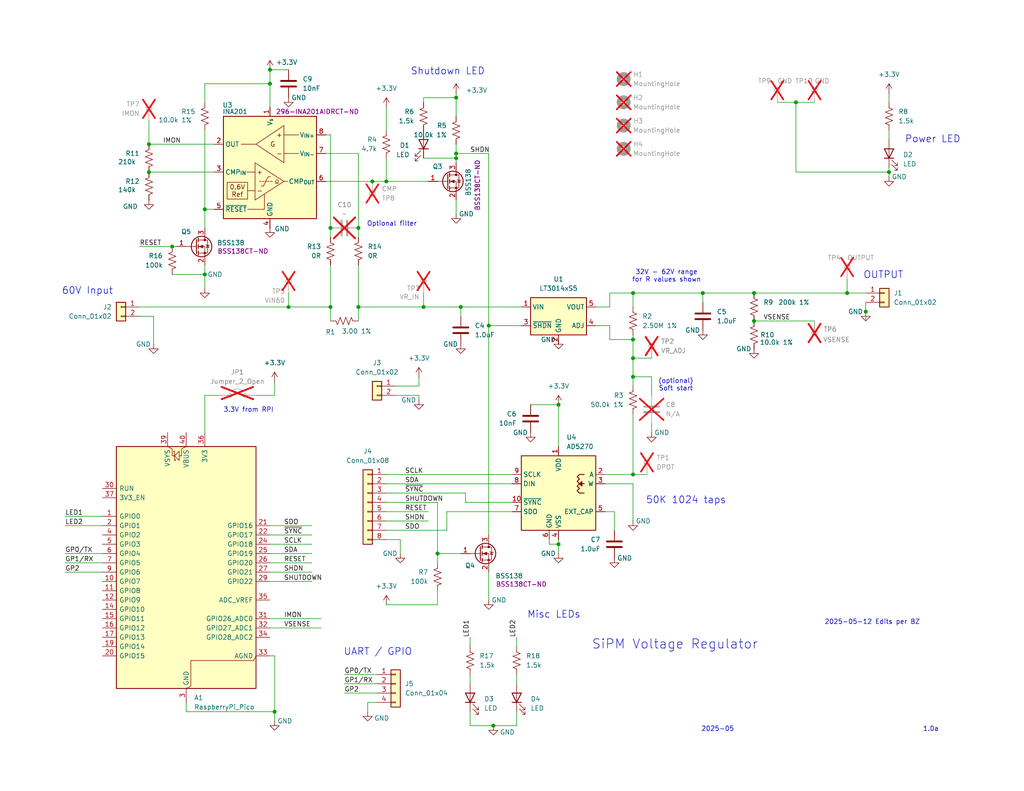
<source format=kicad_sch>
(kicad_sch (version 20250114) (generator "eeschema") (generator_version "9.0")
  (paper "A")
  (text "Misc LEDs" (at 151.13 167.894 0) (effects (font (size 1.905 1.905))))
  (text "2025-05-12 Edits per BZ" (at 237.998 169.926 0) (effects (font (size 1.27 1.27))))
  (text "OUTPUT" (at 241.046 75.184 0) (effects (font (size 1.905 1.905))))
  (text "Shutdown LED" (at 122.174 19.558 0) (effects (font (size 1.905 1.905))))
  (text "(optional)\nSoft start" (at 184.404 105.156 0) (effects (font (size 1.27 1.27))))
  (text "2025-05" (at 195.834 199.136 0) (effects (font (size 1.27 1.27))))
  (text "1.0a" (at 254 199.136 0) (effects (font (size 1.27 1.27))))
  (text "Power LED" (at 254.508 38.1 0) (effects (font (size 1.905 1.905))))
  (text "60V Input" (at 23.876 79.502 0) (effects (font (size 1.905 1.905))))
  (text "3.3V from RPI" (at 67.818 112.014 0) (effects (font (size 1.27 1.27))))
  (text "SiPM Voltage Regulator" (at 184.15 176.022 0) (effects (font (size 2.54 2.54))))
  (text "32V - 62V range\nfor R values shown" (at 181.864 75.438 0) (effects (font (size 1.27 1.27))))
  (text "Optional filter" (at 106.934 61.214 0) (effects (font (size 1.27 1.27))))
  (text "UART / GPIO" (at 103.124 178.054 0) (effects (font (size 1.905 1.905))))
  (text "50K 1024 taps" (at 187.198 136.652 0) (effects (font (size 1.905 1.905))))
  (junction (at 125.73 83.82))
  (junction (at 73.66 22.86))
  (junction (at 74.93 194.31))
  (junction (at 115.57 83.82))
  (junction (at 105.41 49.53))
  (junction (at 119.38 151.13))
  (junction (at 40.64 46.99))
  (junction (at 133.35 88.9))
  (junction (at 124.46 26.67))
  (junction (at 172.72 102.87))
  (junction (at 97.79 62.23))
  (junction (at 78.74 83.82))
  (junction (at 124.46 41.91))
  (junction (at 172.72 97.79))
  (junction (at 90.17 62.23))
  (junction (at 231.14 80.01))
  (junction (at 101.6 49.53))
  (junction (at 236.22 85.09))
  (junction (at 152.4 110.49))
  (junction (at 172.72 129.54))
  (junction (at 217.17 27.94))
  (junction (at 73.66 19.05))
  (junction (at 205.74 80.01))
  (junction (at 134.62 198.12))
  (junction (at 46.99 67.31))
  (junction (at 97.79 83.82))
  (junction (at 90.17 83.82))
  (junction (at 205.74 87.63))
  (junction (at 55.88 74.93))
  (junction (at 124.46 43.18))
  (junction (at 40.64 39.37))
  (junction (at 172.72 80.01))
  (junction (at 242.57 46.99))
  (junction (at 152.4 148.59))
  (junction (at 172.72 92.71))
  (junction (at 191.77 80.01))
  (junction (at 55.88 57.15))
  (wire (pts (xy 105.41 129.54) (xy 139.7 129.54)))
  (wire (pts (xy 152.4 147.32) (xy 152.4 148.59)))
  (wire (pts (xy 55.88 107.95) (xy 55.88 118.11)))
  (wire (pts (xy 101.6 49.53) (xy 105.41 49.53)))
  (wire (pts (xy 107.95 105.41) (xy 114.3 105.41)))
  (wire (pts (xy 73.66 168.91) (xy 87.63 168.91)))
  (wire (pts (xy 124.46 39.37) (xy 124.46 41.91)))
  (wire (pts (xy 172.72 102.87) (xy 172.72 105.41)))
  (wire (pts (xy 172.72 92.71) (xy 172.72 97.79)))
  (wire (pts (xy 55.88 57.15) (xy 55.88 62.23)))
  (wire (pts (xy 172.72 97.79) (xy 172.72 102.87)))
  (wire (pts (xy 217.17 27.94) (xy 222.25 27.94)))
  (wire (pts (xy 140.97 198.12) (xy 140.97 194.31)))
  (wire (pts (xy 166.37 80.01) (xy 166.37 83.82)))
  (wire (pts (xy 93.98 186.69) (xy 102.87 186.69)))
  (wire (pts (xy 73.66 146.05) (xy 85.09 146.05)))
  (wire (pts (xy 97.79 41.91) (xy 97.79 62.23)))
  (wire (pts (xy 142.24 88.9) (xy 133.35 88.9)))
  (wire (pts (xy 74.93 179.07) (xy 74.93 194.31)))
  (wire (pts (xy 152.4 148.59) (xy 152.4 151.13)))
  (wire (pts (xy 55.88 57.15) (xy 58.42 57.15)))
  (wire (pts (xy 144.78 110.49) (xy 152.4 110.49)))
  (wire (pts (xy 152.4 110.49) (xy 152.4 121.92)))
  (wire (pts (xy 88.9 41.91) (xy 97.79 41.91)))
  (wire (pts (xy 191.77 80.01) (xy 191.77 82.55)))
  (wire (pts (xy 231.14 80.01) (xy 236.22 80.01)))
  (wire (pts (xy 133.35 41.91) (xy 133.35 88.9)))
  (wire (pts (xy 40.64 46.99) (xy 58.42 46.99)))
  (wire (pts (xy 46.99 74.93) (xy 55.88 74.93)))
  (wire (pts (xy 177.8 115.57) (xy 177.8 118.11)))
  (wire (pts (xy 125.73 83.82) (xy 125.73 86.36)))
  (wire (pts (xy 17.78 153.67) (xy 27.94 153.67)))
  (wire (pts (xy 121.92 144.78) (xy 105.41 144.78)))
  (wire (pts (xy 125.73 83.82) (xy 142.24 83.82)))
  (wire (pts (xy 140.97 184.15) (xy 140.97 186.69)))
  (wire (pts (xy 17.78 156.21) (xy 27.94 156.21)))
  (wire (pts (xy 217.17 46.99) (xy 217.17 27.94)))
  (wire (pts (xy 166.37 80.01) (xy 172.72 80.01)))
  (wire (pts (xy 236.22 85.09) (xy 236.22 82.55)))
  (wire (pts (xy 191.77 80.01) (xy 205.74 80.01)))
  (wire (pts (xy 40.64 33.02) (xy 40.64 39.37)))
  (wire (pts (xy 74.93 194.31) (xy 74.93 196.85)))
  (wire (pts (xy 74.93 104.14) (xy 74.93 107.95)))
  (wire (pts (xy 172.72 92.71) (xy 166.37 92.71)))
  (wire (pts (xy 124.46 41.91) (xy 133.35 41.91)))
  (wire (pts (xy 177.8 102.87) (xy 172.72 102.87)))
  (wire (pts (xy 105.41 165.1) (xy 119.38 165.1)))
  (wire (pts (xy 105.41 29.21) (xy 105.41 35.56)))
  (wire (pts (xy 93.98 184.15) (xy 102.87 184.15)))
  (wire (pts (xy 124.46 43.18) (xy 124.46 44.45)))
  (wire (pts (xy 55.88 74.93) (xy 55.88 72.39)))
  (wire (pts (xy 38.1 67.31) (xy 46.99 67.31)))
  (wire (pts (xy 73.66 148.59) (xy 85.09 148.59)))
  (wire (pts (xy 128.27 198.12) (xy 134.62 198.12)))
  (wire (pts (xy 114.3 107.95) (xy 114.3 109.22)))
  (wire (pts (xy 119.38 151.13) (xy 125.73 151.13)))
  (wire (pts (xy 90.17 72.39) (xy 90.17 83.82)))
  (wire (pts (xy 73.66 156.21) (xy 85.09 156.21)))
  (wire (pts (xy 107.95 107.95) (xy 114.3 107.95)))
  (wire (pts (xy 177.8 107.95) (xy 177.8 102.87)))
  (wire (pts (xy 128.27 184.15) (xy 128.27 186.69)))
  (wire (pts (xy 100.33 191.77) (xy 100.33 194.31)))
  (wire (pts (xy 73.66 22.86) (xy 73.66 29.21)))
  (wire (pts (xy 172.72 80.01) (xy 191.77 80.01)))
  (wire (pts (xy 97.79 72.39) (xy 97.79 83.82)))
  (wire (pts (xy 115.57 83.82) (xy 125.73 83.82)))
  (wire (pts (xy 115.57 80.01) (xy 115.57 83.82)))
  (wire (pts (xy 105.41 49.53) (xy 116.84 49.53)))
  (wire (pts (xy 90.17 36.83) (xy 90.17 62.23)))
  (wire (pts (xy 115.57 43.18) (xy 124.46 43.18)))
  (wire (pts (xy 128.27 173.99) (xy 128.27 176.53)))
  (wire (pts (xy 105.41 142.24) (xy 116.84 142.24)))
  (wire (pts (xy 90.17 87.63) (xy 90.17 83.82)))
  (wire (pts (xy 41.91 86.36) (xy 41.91 93.98)))
  (wire (pts (xy 105.41 132.08) (xy 139.7 132.08)))
  (wire (pts (xy 166.37 83.82) (xy 162.56 83.82)))
  (wire (pts (xy 236.22 87.63) (xy 236.22 85.09)))
  (wire (pts (xy 114.3 105.41) (xy 114.3 102.87)))
  (wire (pts (xy 205.74 80.01) (xy 231.14 80.01)))
  (wire (pts (xy 17.78 140.97) (xy 27.94 140.97)))
  (wire (pts (xy 97.79 83.82) (xy 115.57 83.82)))
  (wire (pts (xy 242.57 45.72) (xy 242.57 46.99)))
  (wire (pts (xy 55.88 27.94) (xy 55.88 22.86)))
  (wire (pts (xy 78.74 19.05) (xy 73.66 19.05)))
  (wire (pts (xy 97.79 87.63) (xy 97.79 83.82)))
  (wire (pts (xy 167.64 144.78) (xy 167.64 139.7)))
  (wire (pts (xy 109.22 147.32) (xy 109.22 151.13)))
  (wire (pts (xy 119.38 151.13) (xy 119.38 137.16)))
  (wire (pts (xy 242.57 25.4) (xy 242.57 27.94)))
  (wire (pts (xy 172.72 129.54) (xy 165.1 129.54)))
  (wire (pts (xy 17.78 151.13) (xy 27.94 151.13)))
  (wire (pts (xy 74.93 107.95) (xy 69.85 107.95)))
  (wire (pts (xy 231.14 76.2) (xy 231.14 80.01)))
  (wire (pts (xy 149.86 148.59) (xy 152.4 148.59)))
  (wire (pts (xy 139.7 139.7) (xy 121.92 139.7)))
  (wire (pts (xy 55.88 22.86) (xy 73.66 22.86)))
  (wire (pts (xy 205.74 87.63) (xy 222.25 87.63)))
  (wire (pts (xy 139.7 137.16) (xy 127 137.16)))
  (wire (pts (xy 124.46 25.4) (xy 124.46 26.67)))
  (wire (pts (xy 55.88 74.93) (xy 55.88 78.74)))
  (wire (pts (xy 73.66 171.45) (xy 87.63 171.45)))
  (wire (pts (xy 73.66 151.13) (xy 85.09 151.13)))
  (wire (pts (xy 172.72 91.44) (xy 172.72 92.71)))
  (wire (pts (xy 50.8 191.77) (xy 50.8 194.31)))
  (wire (pts (xy 165.1 132.08) (xy 172.72 132.08)))
  (wire (pts (xy 121.92 139.7) (xy 121.92 144.78)))
  (wire (pts (xy 93.98 189.23) (xy 102.87 189.23)))
  (wire (pts (xy 73.66 19.05) (xy 73.66 22.86)))
  (wire (pts (xy 166.37 92.71) (xy 166.37 88.9)))
  (wire (pts (xy 73.66 179.07) (xy 74.93 179.07)))
  (wire (pts (xy 162.56 88.9) (xy 166.37 88.9)))
  (wire (pts (xy 140.97 173.99) (xy 140.97 176.53)))
  (wire (pts (xy 124.46 54.61) (xy 124.46 58.42)))
  (wire (pts (xy 78.74 83.82) (xy 90.17 83.82)))
  (wire (pts (xy 88.9 49.53) (xy 101.6 49.53)))
  (wire (pts (xy 105.41 147.32) (xy 109.22 147.32)))
  (wire (pts (xy 172.72 97.79) (xy 177.8 97.79)))
  (wire (pts (xy 102.87 191.77) (xy 100.33 191.77)))
  (wire (pts (xy 172.72 80.01) (xy 172.72 83.82)))
  (wire (pts (xy 242.57 46.99) (xy 242.57 48.26)))
  (wire (pts (xy 134.62 198.12) (xy 140.97 198.12)))
  (wire (pts (xy 133.35 156.21) (xy 133.35 163.83)))
  (wire (pts (xy 127 137.16) (xy 127 134.62)))
  (wire (pts (xy 149.86 147.32) (xy 149.86 148.59)))
  (wire (pts (xy 212.09 27.94) (xy 217.17 27.94)))
  (wire (pts (xy 38.1 86.36) (xy 41.91 86.36)))
  (wire (pts (xy 59.69 107.95) (xy 55.88 107.95)))
  (wire (pts (xy 105.41 49.53) (xy 105.41 43.18)))
  (wire (pts (xy 55.88 35.56) (xy 55.88 57.15)))
  (wire (pts (xy 124.46 41.91) (xy 124.46 43.18)))
  (wire (pts (xy 119.38 151.13) (xy 119.38 153.67)))
  (wire (pts (xy 73.66 153.67) (xy 85.09 153.67)))
  (wire (pts (xy 88.9 36.83) (xy 90.17 36.83)))
  (wire (pts (xy 133.35 88.9) (xy 133.35 146.05)))
  (wire (pts (xy 119.38 137.16) (xy 105.41 137.16)))
  (wire (pts (xy 172.72 113.03) (xy 172.72 129.54)))
  (wire (pts (xy 105.41 139.7) (xy 116.84 139.7)))
  (wire (pts (xy 152.4 93.98) (xy 152.4 92.71)))
  (wire (pts (xy 167.64 139.7) (xy 165.1 139.7)))
  (wire (pts (xy 73.66 158.75) (xy 85.09 158.75)))
  (wire (pts (xy 50.8 194.31) (xy 74.93 194.31)))
  (wire (pts (xy 97.79 62.23) (xy 97.79 64.77)))
  (wire (pts (xy 172.72 132.08) (xy 172.72 142.24)))
  (wire (pts (xy 127 134.62) (xy 105.41 134.62)))
  (wire (pts (xy 17.78 143.51) (xy 27.94 143.51)))
  (wire (pts (xy 115.57 26.67) (xy 115.57 27.94)))
  (wire (pts (xy 124.46 26.67) (xy 124.46 31.75)))
  (wire (pts (xy 73.66 143.51) (xy 85.09 143.51)))
  (wire (pts (xy 78.74 80.01) (xy 78.74 83.82)))
  (wire (pts (xy 124.46 26.67) (xy 115.57 26.67)))
  (wire (pts (xy 172.72 129.54) (xy 176.53 129.54)))
  (wire (pts (xy 40.64 39.37) (xy 58.42 39.37)))
  (wire (pts (xy 242.57 46.99) (xy 217.17 46.99)))
  (wire (pts (xy 90.17 62.23) (xy 90.17 64.77)))
  (wire (pts (xy 128.27 194.31) (xy 128.27 198.12)))
  (wire (pts (xy 78.74 83.82) (xy 38.1 83.82)))
  (wire (pts (xy 46.99 67.31) (xy 48.26 67.31)))
  (wire (pts (xy 119.38 161.29) (xy 119.38 165.1)))
  (wire (pts (xy 242.57 35.56) (xy 242.57 38.1)))
  (label "RESET" (at 38.1 67.31 0))
  (label "SDO" (at 77.47 143.51 0))
  (label "LED1" (at 128.27 173.99 90))
  (label "SDA" (at 110.49 132.08 0))
  (label "SCLK" (at 77.47 148.59 0))
  (label "SDA" (at 77.47 151.13 0))
  (label "GP2" (at 93.98 189.23 0))
  (label "IMON" (at 77.47 168.91 0))
  (label "SHUTDOWN" (at 77.47 158.75 0))
  (label "SHDN" (at 77.47 156.21 0))
  (label "SHDN" (at 128.27 41.91 0))
  (label "GP0{slash}TX" (at 17.78 151.13 0))
  (label "GP1{slash}RX" (at 93.98 186.69 0))
  (label "~{SYNC}" (at 77.47 146.05 0))
  (label "SCLK" (at 110.49 129.54 0))
  (label "~{SYNC}" (at 110.49 134.62 0))
  (label "SDO" (at 110.49 144.78 0))
  (label "VSENSE" (at 208.28 87.63 0))
  (label "LED2" (at 140.97 173.99 90))
  (label "SHUTDOWN" (at 110.49 137.16 0))
  (label "GP1{slash}RX" (at 17.78 153.67 0))
  (label "LED2" (at 17.78 143.51 0))
  (label "LED1" (at 17.78 140.97 0))
  (label "VSENSE" (at 77.47 171.45 0))
  (label "RESET" (at 77.47 153.67 0))
  (label "SHDN" (at 110.49 142.24 0))
  (label "RESET" (at 110.49 139.7 0))
  (label "GP2" (at 17.78 156.21 0))
  (label "GP0{slash}TX" (at 93.98 184.15 0))
  (label "IMON" (at 44.45 39.37 0))
  (symbol (lib_id "power:GND") (at 167.64 152.4 0) (mirror y) (unit 1)
    (property "Reference" "#PWR015" (effects (hide yes)))
    (property "Value" "GND" (at 170.434 152.4 0))
    (property "Description" "Power symbol creates a global label with name \"GND\" , ground" (effects (hide yes)))
  )
  (symbol (lib_id "Jumper:Jumper_2_Open") (at 64.77 107.95 0) (unit 1) (dnp yes)
    (property "Reference" "JP1" (at 64.77 101.6 0))
    (property "Value" "Jumper_2_Open" (at 64.77 104.14 0))
    (property "Footprint" "Connector_PinHeader_2.54mm:PinHeader_1x02_P2.54mm_Vertical" (effects (hide yes)))
    (property "Description" "Jumper, 2-pole, open" (effects (hide yes)))
  )
  (symbol (lib_id "Device:R_US") (at 40.64 50.8 0) (mirror y) (unit 1)
    (property "Reference" "R12" (at 38.1 49.5299 0) (effects (justify left)))
    (property "Value" "140k" (at 37.084 51.816 0) (effects (justify left)))
    (property "Footprint" "Resistor_SMD:R_0603_1608Metric_Pad0.98x0.95mm_HandSolder" (effects (hide yes)))
    (property "Datasheet" "https://www.yageo.com/upload/media/product/products/datasheet/rchip/PYu-RC_Group_51_RoHS_L_12.pdf" (effects (hide yes)))
    (property "Description" "Resistor, US symbol" (effects (hide yes)))
    (property "MfgNo" "RC0603FR-07140KL" (effects (hide yes)))
    (property "CatNo" "311-140KHRCT-ND" (effects (hide yes)))
  )
  (symbol (lib_id "power:GND") (at 177.8 118.11 0) (mirror y) (unit 1)
    (property "Reference" "#PWR016" (effects (hide yes)))
    (property "Value" "GND" (at 180.594 118.11 0))
    (property "Description" "Power symbol creates a global label with name \"GND\" , ground" (effects (hide yes)))
  )
  (symbol (lib_id "power:GND") (at 78.74 26.67 0) (mirror y) (unit 1)
    (property "Reference" "#PWR017" (effects (hide yes)))
    (property "Value" "GND" (at 81.534 26.67 0))
    (property "Description" "Power symbol creates a global label with name \"GND\" , ground" (effects (hide yes)))
  )
  (symbol (lib_id "my_AD5270':AD5272BCP") (at 152.4 134.62 0) (unit 1)
    (property "Reference" "U4" (at 154.5433 119.38 0) (effects (justify left)))
    (property "Value" "AD5270" (at 154.5433 121.92 0) (effects (justify left)))
    (property "Footprint" "Package_SO:MSOP-10_3x3mm_P0.5mm" (effects (hide yes)))
    (property "Datasheet" "https://www.analog.com/media/en/technical-documentation/data-sheets/AD5270_5271.pdf" (effects (hide yes)))
    (property "Description" "Digital potentiometer, 1024 position, 1% Resistor Tolerance, I2C interface, LFCSP-10" (effects (hide yes)))
    (property "MfgNo" "AD5270BRMZ-50" (effects (hide yes)))
    (property "CatNo" "505-AD5270BRMZ-50-ND" (effects (hide yes)))
  )
  (symbol (lib_id "Connector:TestPoint") (at 212.09 27.94 0) (unit 1) (dnp yes)
    (property "Reference" "TP9" (at 206.756 22.098 0) (effects (justify left)))
    (property "Value" "GND" (at 212.09 22.098 0) (effects (justify left)))
    (property "Footprint" "my_tp:tp_SMT_label2" (effects (hide yes)))
    (property "Description" "test point" (effects (hide yes)))
  )
  (symbol (lib_id "Device:R_US") (at 242.57 31.75 0) (unit 1)
    (property "Reference" "R8" (at 245.11 30.4799 0) (effects (justify left)))
    (property "Value" "1.5k" (at 245.11 33.0199 0) (effects (justify left)))
    (property "Footprint" "Resistor_SMD:R_0603_1608Metric_Pad0.98x0.95mm_HandSolder" (effects (hide yes)))
    (property "Datasheet" "https://www.yageo.com/upload/media/product/app/datasheet/rchip/pyu-rt_1-to-0.01_rohs_l.pdf" (effects (hide yes)))
    (property "Description" "Resistor, US symbol" (effects (hide yes)))
    (property "MfgNo" "RT0603BRD071K5L" (effects (hide yes)))
    (property "CatNo" "YAG1570CT-ND" (effects (hide yes)))
  )
  (symbol (lib_id "Connector:TestPoint") (at 231.14 76.2 0) (unit 1) (dnp yes)
    (property "Reference" "TP4" (at 225.806 70.358 0) (effects (justify left)))
    (property "Value" "OUTPUT" (at 231.14 70.358 0) (effects (justify left)))
    (property "Footprint" "my_tp:tp_SMT_label2" (effects (hide yes)))
    (property "Description" "test point" (effects (hide yes)))
  )
  (symbol (lib_id "Device:R_US") (at 124.46 35.56 0) (mirror y) (unit 1)
    (property "Reference" "R5" (at 121.92 34.2899 0) (effects (justify left)))
    (property "Value" "10.0k 1%" (at 121.92 36.8299 0) (effects (justify left)))
    (property "Footprint" "Resistor_SMD:R_0603_1608Metric_Pad0.98x0.95mm_HandSolder" (effects (hide yes)))
    (property "Datasheet" "https://www.yageo.com/upload/media/product/app/datasheet/rchip/pyu-rt_1-to-0.01_rohs_l.pdf" (effects (hide yes)))
    (property "Description" "Resistor, US symbol" (effects (hide yes)))
    (property "MfgNo" "RC0603FR-0710KL" (effects (hide yes)))
    (property "CatNo" "311-10.0KHRCT-ND" (effects (hide yes)))
  )
  (symbol (lib_id "power:+3.3V") (at 73.66 19.05 0) (unit 1)
    (property "Reference" "#PWR027" (effects (hide yes)))
    (property "Value" "+3.3V" (at 78.232 17.018 0))
    (property "Description" "Power symbol creates a global label with name \"+3.3V\"" (effects (hide yes)))
  )
  (symbol (lib_id "power:GND") (at 125.73 93.98 0) (unit 1)
    (property "Reference" "#PWR09" (effects (hide yes)))
    (property "Value" "GND" (at 122.936 93.98 0))
    (property "Description" "Power symbol creates a global label with name \"GND\" , ground" (effects (hide yes)))
  )
  (symbol (lib_id "Amplifier_Current:INA200D") (at 73.66 44.45 0) (unit 1)
    (property "Reference" "U3" (at 60.706 28.702 0) (effects (justify left)))
    (property "Value" "INA201" (at 60.706 30.48 0) (effects (justify left)))
    (property "Footprint" "Package_SO:SOIC-8_3.9x4.9mm_P1.27mm" (effects (hide yes)))
    (property "Datasheet" "https://www.ti.com/lit/ds/symlink/ina201.pdf" (effects (hide yes)))
    (property "Description" "Current Shunt Monitor, integrated comparator and reference, -16V to +80V Common-Mode Range, 20V/V, SOIC-8" (effects (hide yes)))
    (property "CatNo" "296-INA201AIDRCT-ND" (at 86.614 30.48 0))
    (property "MfgNo" "INA201AIDR" (effects (hide yes)))
  )
  (symbol (lib_id "Transistor_FET:BSS138") (at 121.92 49.53 0) (unit 1)
    (property "Reference" "Q3" (at 119.38 45.466 0))
    (property "Value" "BSS138" (at 127.762 49.784 90))
    (property "Footprint" "Package_TO_SOT_SMD:SOT-23" (effects (hide yes)))
    (property "Datasheet" "https://www.onsemi.com/pub/Collateral/BSS138-D.PDF" (effects (hide yes)))
    (property "Description" "50V Vds, 0.22A Id, N-Channel MOSFET, SOT-23" (effects (hide yes)))
    (property "CatNo" "BSS138CT-ND" (at 130.302 50.546 90))
    (property "Vendor" "DigiKey" (effects (hide yes)))
    (property "MfgNo" "BSS138" (effects (hide yes)))
  )
  (symbol (lib_id "Device:LED") (at 115.57 39.37 270) (mirror x) (unit 1)
    (property "Reference" "D1" (at 111.76 39.6874 90) (effects (justify right)))
    (property "Value" "LED" (at 111.76 42.2274 90) (effects (justify right)))
    (property "Footprint" "my_smt_led:my_SMT_0603" (effects (hide yes)))
    (property "Datasheet" "https://mm.digikey.com/Volume0/opasdata/d220001/medias/docus/4237/B19Y1USD-20C000113U1930.pdf" (effects (hide yes)))
    (property "Description" "Light emitting diode" (effects (hide yes)))
    (property "Sim.Pins" "1=K 2=A" (effects (hide yes)))
    (property "MfgNo" "B19Y1USD-20C000113U1930" (effects (hide yes)))
    (property "CatNo" "3147-B19Y1USD-20C000113U1930CT-ND" (effects (hide yes)))
  )
  (symbol (lib_id "Connector:TestPoint") (at 222.25 27.94 0) (unit 1) (dnp yes)
    (property "Reference" "TP10" (at 216.916 22.098 0) (effects (justify left)))
    (property "Value" "GND" (at 222.25 22.098 0) (effects (justify left)))
    (property "Footprint" "my_tp:tp_SMT_label2" (effects (hide yes)))
    (property "Description" "test point" (effects (hide yes)))
  )
  (symbol (lib_id "power:GND") (at 134.62 198.12 0) (mirror y) (unit 1)
    (property "Reference" "#PWR035" (effects (hide yes)))
    (property "Value" "GND" (at 138.43 199.898 0))
    (property "Description" "Power symbol creates a global label with name \"GND\" , ground" (effects (hide yes)))
  )
  (symbol (lib_id "Connector:TestPoint") (at 101.6 49.53 0) (mirror x) (unit 1) (dnp yes)
    (property "Reference" "TP8" (at 104.14 54.1021 0) (effects (justify left)))
    (property "Value" "CMP" (at 104.14 51.5621 0) (effects (justify left)))
    (property "Footprint" "my_tp:tp_SMT_label2" (effects (hide yes)))
    (property "Description" "test point" (effects (hide yes)))
  )
  (symbol (lib_id "Device:R_US") (at 128.27 180.34 0) (unit 1)
    (property "Reference" "R17" (at 130.81 179.0699 0) (effects (justify left)))
    (property "Value" "1.5k" (at 130.81 181.6099 0) (effects (justify left)))
    (property "Footprint" "Resistor_SMD:R_0603_1608Metric_Pad0.98x0.95mm_HandSolder" (effects (hide yes)))
    (property "Datasheet" "https://www.yageo.com/upload/media/product/app/datasheet/rchip/pyu-rt_1-to-0.01_rohs_l.pdf" (effects (hide yes)))
    (property "Description" "Resistor, US symbol" (effects (hide yes)))
    (property "MfgNo" "RT0603BRD071K5L" (effects (hide yes)))
    (property "CatNo" "YAG1570CT-ND" (effects (hide yes)))
  )
  (symbol (lib_id "Device:LED") (at 128.27 190.5 90) (unit 1)
    (property "Reference" "D3" (at 132.08 190.8174 90) (effects (justify right)))
    (property "Value" "LED" (at 132.08 193.3574 90) (effects (justify right)))
    (property "Footprint" "my_smt_led:my_SMT_0603" (effects (hide yes)))
    (property "Datasheet" "https://mm.digikey.com/Volume0/opasdata/d220001/medias/docus/4237/B19Y1USD-20C000113U1930.pdf" (effects (hide yes)))
    (property "Description" "Light emitting diode" (effects (hide yes)))
    (property "Sim.Pins" "1=K 2=A" (effects (hide yes)))
    (property "MfgNo" "B19Y1USD-20C000113U1930" (effects (hide yes)))
    (property "CatNo" "3147-B19Y1USD-20C000113U1930CT-ND" (effects (hide yes)))
  )
  (symbol (lib_id "Connector:TestPoint") (at 78.74 80.01 0) (unit 1) (dnp yes)
    (property "Reference" "TP5" (at 74.168 79.502 0) (effects (justify left)))
    (property "Value" "VIN60" (at 72.136 82.042 0) (effects (justify left)))
    (property "Footprint" "my_tp:tp_SMT_label2" (effects (hide yes)))
    (property "Description" "test point" (effects (hide yes)))
  )
  (symbol (lib_id "power:GND") (at 100.33 194.31 0) (mirror y) (unit 1)
    (property "Reference" "#PWR036" (effects (hide yes)))
    (property "Value" "GND" (at 104.14 196.088 0))
    (property "Description" "Power symbol creates a global label with name \"GND\" , ground" (effects (hide yes)))
  )
  (symbol (lib_id "power:GND") (at 242.57 48.26 0) (mirror y) (unit 1)
    (property "Reference" "#PWR031" (effects (hide yes)))
    (property "Value" "GND" (at 245.364 48.26 0))
    (property "Description" "Power symbol creates a global label with name \"GND\" , ground" (effects (hide yes)))
  )
  (symbol (lib_id "Device:R_US") (at 97.79 68.58 0) (mirror y) (unit 1)
    (property "Reference" "R14" (at 100.33 67.3099 0) (effects (justify right)))
    (property "Value" "0R" (at 100.33 69.8499 0) (effects (justify right)))
    (property "Footprint" "Resistor_SMD:R_0603_1608Metric_Pad0.98x0.95mm_HandSolder" (effects (hide yes)))
    (property "Datasheet" "https://www.yageo.com/upload/media/product/products/datasheet/rchip/PYu-RC_Group_51_RoHS_L_12.pdf" (effects (hide yes)))
    (property "Description" "Resistor, US symbol" (effects (hide yes)))
    (property "MfgNo" "RC0603JR-070RL" (effects (hide yes)))
    (property "CatNo" "311-0.0GRCT-ND" (effects (hide yes)))
  )
  (symbol (lib_id "power:+3.3V") (at 152.4 110.49 0) (unit 1)
    (property "Reference" "#PWR011" (effects (hide yes)))
    (property "Value" "+3.3V" (at 152.4 105.41 0))
    (property "Description" "Power symbol creates a global label with name \"+3.3V\"" (effects (hide yes)))
  )
  (symbol (lib_id "Connector:TestPoint") (at 176.53 129.54 0) (unit 1) (dnp yes)
    (property "Reference" "TP1" (at 179.07 124.9679 0) (effects (justify left)))
    (property "Value" "DPOT" (at 179.07 127.5079 0) (effects (justify left)))
    (property "Footprint" "my_tp:tp_SMT_label2" (effects (hide yes)))
    (property "Description" "test point" (effects (hide yes)))
  )
  (symbol (lib_id "Device:C") (at 167.64 148.59 0) (unit 1)
    (property "Reference" "C7" (at 163.83 147.3199 0) (effects (justify right)))
    (property "Value" "1.0uF" (at 163.83 149.8599 0) (effects (justify right)))
    (property "Footprint" "Capacitor_SMD:C_0603_1608Metric_Pad1.08x0.95mm_HandSolder" (effects (hide yes)))
    (property "Datasheet" "https://mm.digikey.com/Volume0/opasdata/d220001/medias/docus/3584/CL10B105KP8NNNC_Spec.pdf" (effects (hide yes)))
    (property "Description" "Unpolarized capacitor" (effects (hide yes)))
    (property "CatNo" "1276-1946-1-ND" (effects (hide yes)))
    (property "MfgNo" "CL10B105KP8NNNC" (effects (hide yes)))
  )
  (symbol (lib_id "Connector:TestPoint") (at 222.25 87.63 180) (unit 1) (dnp yes)
    (property "Reference" "TP6" (at 228.346 89.916 0) (effects (justify left)))
    (property "Value" "VSENSE" (at 231.902 92.71 0) (effects (justify left)))
    (property "Footprint" "my_tp:tp_SMT_label2" (effects (hide yes)))
    (property "Description" "test point" (effects (hide yes)))
  )
  (symbol (lib_id "Connector_Generic:Conn_01x08") (at 100.33 137.16 0) (mirror y) (unit 1)
    (property "Reference" "J4" (at 100.33 123.19 0))
    (property "Value" "Conn_01x08" (at 100.33 125.73 0))
    (property "Footprint" "Connector_PinHeader_2.54mm:PinHeader_1x08_P2.54mm_Vertical" (effects (hide yes)))
    (property "Datasheet" "https://www.waldom.com/upload/parts/datasheets/mf-fci/fci-68000-208hlf.pdf" (effects (hide yes)))
    (property "Description" "Generic connector, single row, 01x08, script generated (kicad-library-utils/schlib/autogen/connector/)" (effects (hide yes)))
    (property "MfgNo" "68000-208HLF" (effects (hide yes)))
    (property "CatNo" "609-3257-ND" (effects (hide yes)))
  )
  (symbol (lib_id "Device:R_US") (at 172.72 87.63 0) (unit 1)
    (property "Reference" "R2" (at 175.26 86.3599 0) (effects (justify left)))
    (property "Value" "2.50M 1%" (at 175.26 88.8999 0) (effects (justify left)))
    (property "Footprint" "Resistor_SMD:R_0603_1608Metric_Pad0.98x0.95mm_HandSolder" (effects (hide yes)))
    (property "Datasheet" "https://www.seielect.com/catalog/sei-rmcf_rmcp.pdf" (effects (hide yes)))
    (property "Description" "Resistor, US symbol" (effects (hide yes)))
    (property "MfgNo" "RMCF0603FT2M49" (effects (hide yes)))
    (property "CatNo" "RMCF0603FT2M49CT-ND" (effects (hide yes)))
  )
  (symbol (lib_id "power:+3.3V") (at 124.46 25.4 0) (mirror y) (unit 1)
    (property "Reference" "#PWR022" (effects (hide yes)))
    (property "Value" "+3.3V" (at 130.048 24.638 0))
    (property "Description" "Power symbol creates a global label with name \"+3.3V\"" (effects (hide yes)))
  )
  (symbol (lib_id "power:GND") (at 40.64 54.61 0) (unit 1)
    (property "Reference" "#PWR034" (effects (hide yes)))
    (property "Value" "GND" (at 35.56 56.388 0))
    (property "Description" "Power symbol creates a global label with name \"GND\" , ground" (effects (hide yes)))
  )
  (symbol (lib_id "Device:R_US") (at 172.72 109.22 0) (mirror y) (unit 1)
    (property "Reference" "R3" (at 170.18 107.9499 0) (effects (justify left)))
    (property "Value" "50.0k 1%" (at 170.18 110.4899 0) (effects (justify left)))
    (property "Footprint" "Resistor_SMD:R_0603_1608Metric_Pad0.98x0.95mm_HandSolder" (effects (hide yes)))
    (property "Datasheet" "https://www.yageo.com/upload/media/product/app/datasheet/rchip/pyu-rt_1-to-0.01_rohs_l.pdf" (effects (hide yes)))
    (property "Description" "Resistor, US symbol" (effects (hide yes)))
    (property "MfgNo" "RT0603BRD0750KL" (effects (hide yes)))
    (property "CatNo" "13-RT0603BRD0750KLCT-ND" (effects (hide yes)))
  )
  (symbol (lib_id "Device:R_US") (at 90.17 68.58 0) (unit 1)
    (property "Reference" "R13" (at 87.63 67.3099 0) (effects (justify right)))
    (property "Value" "0R" (at 87.63 69.8499 0) (effects (justify right)))
    (property "Footprint" "Resistor_SMD:R_0603_1608Metric_Pad0.98x0.95mm_HandSolder" (effects (hide yes)))
    (property "Datasheet" "https://www.yageo.com/upload/media/product/products/datasheet/rchip/PYu-RC_Group_51_RoHS_L_12.pdf" (effects (hide yes)))
    (property "Description" "Resistor, US symbol" (effects (hide yes)))
    (property "MfgNo" "RC0603JR-070RL" (effects (hide yes)))
    (property "CatNo" "311-0.0GRCT-ND" (effects (hide yes)))
  )
  (symbol (lib_id "Device:R_US") (at 205.74 91.44 0) (mirror y) (unit 1)
    (property "Reference" "R10" (at 211.328 91.44 0) (effects (justify left)))
    (property "Value" "10.0k 1%" (at 216.408 93.472 0) (effects (justify left)))
    (property "Footprint" "Resistor_SMD:R_0603_1608Metric_Pad0.98x0.95mm_HandSolder" (effects (hide yes)))
    (property "Datasheet" "https://www.yageo.com/upload/media/product/products/datasheet/rchip/PYu-RC_Group_51_RoHS_L_12.pdf" (effects (hide yes)))
    (property "Description" "Resistor, US symbol" (effects (hide yes)))
    (property "MfgNo" "RC0603FR-0710KL" (effects (hide yes)))
    (property "CatNo" "311-10.0KHRCT-ND" (effects (hide yes)))
  )
  (symbol (lib_id "Device:R_US") (at 205.74 83.82 0) (unit 1)
    (property "Reference" "R9" (at 208.28 82.5499 0) (effects (justify left)))
    (property "Value" "200k 1%" (at 212.344 82.55 0) (effects (justify left)))
    (property "Footprint" "Resistor_SMD:R_0603_1608Metric_Pad0.98x0.95mm_HandSolder" (effects (hide yes)))
    (property "Datasheet" "https://www.yageo.com/upload/media/product/products/datasheet/rchip/PYu-RC_Group_51_RoHS_L_12.pdf" (effects (hide yes)))
    (property "Description" "Resistor, US symbol" (effects (hide yes)))
    (property "MfgNo" "RC0603FR-07100KL" (effects (hide yes)))
    (property "CatNo" "311-100KHRCT-ND" (effects (hide yes)))
  )
  (symbol (lib_id "Mechanical:MountingHole") (at 170.18 27.94 0) (unit 1) (in_bom no) (dnp yes)
    (property "Reference" "H2" (at 172.72 26.6699 0) (effects (justify left)))
    (property "Value" "MountingHole" (at 172.72 29.2099 0) (effects (justify left)))
    (property "Footprint" "MountingHole:MountingHole_4.3mm_M4" (effects (hide yes)))
    (property "Description" "Mounting Hole without connection" (effects (hide yes)))
  )
  (symbol (lib_id "power:GND") (at 114.3 109.22 0) (unit 1)
    (property "Reference" "#PWR019" (effects (hide yes)))
    (property "Value" "GND" (at 111.506 109.22 0))
    (property "Description" "Power symbol creates a global label with name \"GND\" , ground" (effects (hide yes)))
  )
  (symbol (lib_id "Device:C") (at 177.8 111.76 0) (mirror y) (unit 1) (in_bom no) (dnp yes)
    (property "Reference" "C8" (at 181.61 110.4899 0) (effects (justify right)))
    (property "Value" "N/A" (at 181.61 113.0299 0) (effects (justify right)))
    (property "Footprint" "Capacitor_SMD:C_0603_1608Metric_Pad1.08x0.95mm_HandSolder" (effects (hide yes)))
    (property "Description" "Unpolarized capacitor" (effects (hide yes)))
  )
  (symbol (lib_id "Device:C") (at 78.74 22.86 0) (mirror y) (unit 1)
    (property "Reference" "C9" (at 82.55 21.5899 0) (effects (justify right)))
    (property "Value" "10nF" (at 82.55 24.1299 0) (effects (justify right)))
    (property "Footprint" "Capacitor_SMD:C_0603_1608Metric_Pad1.08x0.95mm_HandSolder" (effects (hide yes)))
    (property "Datasheet" "https://search.kemet.com/download/datasheet/C0603C103M4REC7411" (effects (hide yes)))
    (property "Description" "Unpolarized capacitor" (effects (hide yes)))
    (property "MfgNo" "C0603C103M4REC7411" (effects (hide yes)))
    (property "CatNo" "399-C0603C103M4REC7411CT-ND" (effects (hide yes)))
  )
  (symbol (lib_id "power:GND") (at 172.72 142.24 0) (mirror y) (unit 1)
    (property "Reference" "#PWR014" (effects (hide yes)))
    (property "Value" "GND" (at 175.514 142.24 0))
    (property "Description" "Power symbol creates a global label with name \"GND\" , ground" (effects (hide yes)))
  )
  (symbol (lib_id "power:+3.3V") (at 242.57 25.4 0) (unit 1)
    (property "Reference" "#PWR032" (effects (hide yes)))
    (property "Value" "+3.3V" (at 242.57 20.32 0))
    (property "Description" "Power symbol creates a global label with name \"+3.3V\"" (effects (hide yes)))
  )
  (symbol (lib_id "Mechanical:MountingHole") (at 170.18 34.29 0) (unit 1) (in_bom no) (dnp yes)
    (property "Reference" "H3" (at 172.72 33.0199 0) (effects (justify left)))
    (property "Value" "MountingHole" (at 172.72 35.5599 0) (effects (justify left)))
    (property "Footprint" "MountingHole:MountingHole_4.3mm_M4" (effects (hide yes)))
    (property "Description" "Mounting Hole without connection" (effects (hide yes)))
  )
  (symbol (lib_id "power:GND") (at 133.35 163.83 0) (mirror y) (unit 1)
    (property "Reference" "#PWR025" (effects (hide yes)))
    (property "Value" "GND" (at 136.144 163.83 0))
    (property "Description" "Power symbol creates a global label with name \"GND\" , ground" (effects (hide yes)))
  )
  (symbol (lib_id "Device:LED") (at 242.57 41.91 90) (unit 1)
    (property "Reference" "D2" (at 246.38 42.2274 90) (effects (justify right)))
    (property "Value" "LED" (at 246.38 44.7674 90) (effects (justify right)))
    (property "Footprint" "my_smt_led:my_SMT_0603" (effects (hide yes)))
    (property "Datasheet" "https://mm.digikey.com/Volume0/opasdata/d220001/medias/docus/4237/B19Y1USD-20C000113U1930.pdf" (effects (hide yes)))
    (property "Description" "Light emitting diode" (effects (hide yes)))
    (property "Sim.Pins" "1=K 2=A" (effects (hide yes)))
    (property "MfgNo" "B19Y1USD-20C000113U1930" (effects (hide yes)))
    (property "CatNo" "3147-B19Y1USD-20C000113U1930CT-ND" (effects (hide yes)))
  )
  (symbol (lib_id "power:GND") (at 152.4 151.13 0) (unit 1)
    (property "Reference" "#PWR012" (effects (hide yes)))
    (property "Value" "GND" (at 149.606 151.13 0))
    (property "Description" "Power symbol creates a global label with name \"GND\" , ground" (effects (hide yes)))
  )
  (symbol (lib_id "Connector_Generic:Conn_01x02") (at 102.87 105.41 0) (mirror y) (unit 1)
    (property "Reference" "J3" (at 102.87 99.06 0))
    (property "Value" "Conn_01x02" (at 102.87 101.6 0))
    (property "Footprint" "Connector_PinHeader_2.54mm:PinHeader_1x02_P2.54mm_Vertical" (effects (hide yes)))
    (property "Datasheet" "https://mm.digikey.com/Volume0/opasdata/d220001/medias/docus/6129/tsw-xxx-xx-xxx-x-xx-xxx-mkt.pdf" (effects (hide yes)))
    (property "Description" "Generic connector, single row, 01x02, script generated (kicad-library-utils/schlib/autogen/connector/)" (effects (hide yes)))
    (property "MfgNo" "TSW-102-07-F-S" (effects (hide yes)))
    (property "CatNo" "SAM10844-ND" (effects (hide yes)))
  )
  (symbol (lib_id "Mechanical:MountingHole") (at 170.18 40.64 0) (unit 1) (in_bom no) (dnp yes)
    (property "Reference" "H4" (at 172.72 39.3699 0) (effects (justify left)))
    (property "Value" "MountingHole" (at 172.72 41.9099 0) (effects (justify left)))
    (property "Footprint" "MountingHole:MountingHole_4.3mm_M4" (effects (hide yes)))
    (property "Description" "Mounting Hole without connection" (effects (hide yes)))
  )
  (symbol (lib_id "power:GND") (at 41.91 93.98 0) (unit 1)
    (property "Reference" "#PWR021" (effects (hide yes)))
    (property "Value" "GND" (at 39.116 93.98 0))
    (property "Description" "Power symbol creates a global label with name \"GND\" , ground" (effects (hide yes)))
  )
  (symbol (lib_id "power:+3.3V") (at 105.41 165.1 0) (unit 1)
    (property "Reference" "#PWR01" (effects (hide yes)))
    (property "Value" "+3.3V" (at 105.41 160.02 0))
    (property "Description" "Power symbol creates a global label with name \"+3.3V\"" (effects (hide yes)))
  )
  (symbol (lib_id "Regulator_Linear:LT3014xS5") (at 152.4 86.36 0) (unit 1)
    (property "Reference" "U1" (at 152.4 76.2 0))
    (property "Value" "LT3014xS5" (at 152.4 78.74 0))
    (property "Footprint" "Package_TO_SOT_SMD:SOT-23-5" (effects (hide yes)))
    (property "Datasheet" "https://www.analog.com/media/en/technical-documentation/data-sheets/3014fd.pdf" (effects (hide yes)))
    (property "Description" "20mA output, 3V..80Vin, High voltage low-dropout regulator, SOT-23-5" (effects (hide yes)))
    (property "MfgNo" "LT3014ES5#TRPBF" (effects (hide yes)))
    (property "CatNo" "LT3014ES5#TRPBFCT-ND" (effects (hide yes)))
  )
  (symbol (lib_id "Device:LED") (at 140.97 190.5 90) (unit 1)
    (property "Reference" "D4" (at 144.78 190.8174 90) (effects (justify right)))
    (property "Value" "LED" (at 144.78 193.3574 90) (effects (justify right)))
    (property "Footprint" "my_smt_led:my_SMT_0603" (effects (hide yes)))
    (property "Datasheet" "https://mm.digikey.com/Volume0/opasdata/d220001/medias/docus/4237/B19Y1USD-20C000113U1930.pdf" (effects (hide yes)))
    (property "Description" "Light emitting diode" (effects (hide yes)))
    (property "Sim.Pins" "1=K 2=A" (effects (hide yes)))
    (property "MfgNo" "B19Y1USD-20C000113U1930" (effects (hide yes)))
    (property "CatNo" "3147-B19Y1USD-20C000113U1930CT-ND" (effects (hide yes)))
  )
  (symbol (lib_id "power:GND") (at 191.77 90.17 0) (unit 1)
    (property "Reference" "#PWR010" (effects (hide yes)))
    (property "Value" "GND" (at 188.976 90.17 0))
    (property "Description" "Power symbol creates a global label with name \"GND\" , ground" (effects (hide yes)))
  )
  (symbol (lib_id "power:GND") (at 236.22 85.09 0) (unit 1)
    (property "Reference" "#PWR023" (effects (hide yes)))
    (property "Value" "GND" (at 233.426 85.09 0))
    (property "Description" "Power symbol creates a global label with name \"GND\" , ground" (effects (hide yes)))
  )
  (symbol (lib_id "power:GND") (at 55.88 78.74 0) (mirror y) (unit 1)
    (property "Reference" "#PWR030" (effects (hide yes)))
    (property "Value" "GND" (at 58.674 74.93 0))
    (property "Description" "Power symbol creates a global label with name \"GND\" , ground" (effects (hide yes)))
  )
  (symbol (lib_id "Connector:TestPoint") (at 177.8 97.79 0) (unit 1) (dnp yes)
    (property "Reference" "TP2" (at 180.34 93.2179 0) (effects (justify left)))
    (property "Value" "VR_ADJ" (at 180.34 95.7579 0) (effects (justify left)))
    (property "Footprint" "my_tp:tp_SMT_label2" (effects (hide yes)))
    (property "Description" "test point" (effects (hide yes)))
  )
  (symbol (lib_id "power:GND") (at 74.93 196.85 0) (mirror y) (unit 1)
    (property "Reference" "#PWR028" (effects (hide yes)))
    (property "Value" "GND" (at 77.724 196.85 0))
    (property "Description" "Power symbol creates a global label with name \"GND\" , ground" (effects (hide yes)))
  )
  (symbol (lib_id "power:GND") (at 109.22 151.13 0) (unit 1)
    (property "Reference" "#PWR024" (effects (hide yes)))
    (property "Value" "GND" (at 106.426 151.13 0))
    (property "Description" "Power symbol creates a global label with name \"GND\" , ground" (effects (hide yes)))
  )
  (symbol (lib_id "Mechanical:MountingHole") (at 170.18 21.59 0) (unit 1) (in_bom no) (dnp yes)
    (property "Reference" "H1" (at 172.72 20.3199 0) (effects (justify left)))
    (property "Value" "MountingHole" (at 172.72 22.8599 0) (effects (justify left)))
    (property "Footprint" "MountingHole:MountingHole_4.3mm_M4" (effects (hide yes)))
    (property "Description" "Mounting Hole without connection" (effects (hide yes)))
  )
  (symbol (lib_id "power:+3.3V") (at 114.3 102.87 0) (unit 1)
    (property "Reference" "#PWR018" (effects (hide yes)))
    (property "Value" "+3.3V" (at 114.3 97.79 0))
    (property "Description" "Power symbol creates a global label with name \"+3.3V\"" (effects (hide yes)))
  )
  (symbol (lib_id "Connector_Generic:Conn_01x02") (at 241.3 80.01 0) (unit 1)
    (property "Reference" "J1" (at 243.84 80.0099 0) (effects (justify left)))
    (property "Value" "Conn_01x02" (at 243.84 82.5499 0) (effects (justify left)))
    (property "Footprint" "Connector_PinHeader_2.54mm:PinHeader_1x02_P2.54mm_Vertical" (effects (hide yes)))
    (property "Datasheet" "https://mm.digikey.com/Volume0/opasdata/d220001/medias/docus/6129/tsw-xxx-xx-xxx-x-xx-xxx-mkt.pdf" (effects (hide yes)))
    (property "Description" "Generic connector, single row, 01x02, script generated (kicad-library-utils/schlib/autogen/connector/)" (effects (hide yes)))
    (property "MfgNo" "TSW-102-07-F-S" (effects (hide yes)))
    (property "CatNo" "SAM10844-ND" (effects (hide yes)))
  )
  (symbol (lib_id "power:+3.3V") (at 105.41 29.21 0) (mirror y) (unit 1)
    (property "Reference" "#PWR026" (effects (hide yes)))
    (property "Value" "+3.3V" (at 105.41 24.13 0))
    (property "Description" "Power symbol creates a global label with name \"+3.3V\"" (effects (hide yes)))
  )
  (symbol (lib_id "Device:R_US") (at 119.38 157.48 0) (mirror y) (unit 1)
    (property "Reference" "R7" (at 116.84 156.2099 0) (effects (justify left)))
    (property "Value" "100k" (at 116.84 158.7499 0) (effects (justify left)))
    (property "Footprint" "Resistor_SMD:R_0603_1608Metric_Pad0.98x0.95mm_HandSolder" (effects (hide yes)))
    (property "Datasheet" "https://www.yageo.com/upload/media/product/products/datasheet/rchip/PYu-RC_Group_51_RoHS_L_12.pdf" (effects (hide yes)))
    (property "Description" "Resistor, US symbol" (effects (hide yes)))
    (property "MfgNo" "RC0603FR-07100KL" (effects (hide yes)))
    (property "CatNo" "311-100KHRCT-ND" (effects (hide yes)))
  )
  (symbol (lib_id "Connector:TestPoint") (at 40.64 33.02 0) (mirror y) (unit 1) (dnp yes)
    (property "Reference" "TP7" (at 38.1 28.4479 0) (effects (justify left)))
    (property "Value" "IMON" (at 38.1 30.9879 0) (effects (justify left)))
    (property "Footprint" "my_tp:tp_SMT_label2" (effects (hide yes)))
    (property "Description" "test point" (effects (hide yes)))
  )
  (symbol (lib_id "MCU_Module:RaspberryPi_Pico") (at 50.8 156.21 0) (unit 1)
    (property "Reference" "A1" (at 52.9433 190.5 0) (effects (justify left)))
    (property "Value" "RaspberryPi_Pico" (at 52.9433 193.04 0) (effects (justify left)))
    (property "Footprint" "Module:RaspberryPi_Pico_Common_Unspecified" (effects (hide yes)))
    (property "Datasheet" "https://datasheets.raspberrypi.com/pico/pico-datasheet.pdf" (effects (hide yes)))
    (property "Description" "Versatile and inexpensive microcontroller module powered by RP2040 dual-core Arm Cortex-M0+ processor up to 133 MHz, 264kB SRAM, 2MB QSPI flash; also supports Raspberry Pi Pico 2" (effects (hide yes)))
    (property "CatNo" "2648-SC0917-ND" (effects (hide yes)))
    (property "MfgNo" "SC0917" (effects (hide yes)))
  )
  (symbol (lib_id "Connector_Generic:Conn_01x04") (at 107.95 186.69 0) (unit 1)
    (property "Reference" "J5" (at 110.49 186.6899 0) (effects (justify left)))
    (property "Value" "Conn_01x04" (at 110.49 189.2299 0) (effects (justify left)))
    (property "Footprint" "Connector_PinHeader_2.54mm:PinHeader_1x04_P2.54mm_Vertical" (effects (hide yes)))
    (property "Datasheet" "https://www.waldom.com/upload/parts/datasheets/mf-fci/fci-68000-204hlf.pdf" (effects (hide yes)))
    (property "Description" "Generic connector, single row, 01x04, script generated (kicad-library-utils/schlib/autogen/connector/)" (effects (hide yes)))
    (property "MfgNo" "68000-204HLF" (effects (hide yes)))
    (property "CatNo" "609-3255-ND" (effects (hide yes)))
  )
  (symbol (lib_id "Device:C") (at 191.77 86.36 0) (mirror y) (unit 1)
    (property "Reference" "C5" (at 195.58 85.0899 0) (effects (justify right)))
    (property "Value" "1.0uF" (at 195.58 87.6299 0) (effects (justify right)))
    (property "Footprint" "Capacitor_SMD:C_0603_1608Metric_Pad1.08x0.95mm_HandSolder" (effects (hide yes)))
    (property "Datasheet" "https://mm.digikey.com/Volume0/opasdata/d220001/medias/docus/3584/CL10B105KP8NNNC_Spec.pdf 1276-1946-1-ND CL10B105KP8NNNC" (effects (hide yes)))
    (property "Description" "Unpolarized capacitor" (effects (hide yes)))
    (property "MfgNo" "CL10B105KP8NNNC" (effects (hide yes)))
    (property "CatNo" "1276-1946-1-ND" (effects (hide yes)))
  )
  (symbol (lib_id "power:GND") (at 205.74 95.25 0) (unit 1)
    (property "Reference" "#PWR033" (effects (hide yes)))
    (property "Value" "GND" (at 202.946 95.25 0))
    (property "Description" "Power symbol creates a global label with name \"GND\" , ground" (effects (hide yes)))
  )
  (symbol (lib_id "Connector:TestPoint") (at 115.57 80.01 0) (unit 1) (dnp yes)
    (property "Reference" "TP3" (at 110.998 78.74 0) (effects (justify left)))
    (property "Value" "VR_IN" (at 108.966 81.026 0) (effects (justify left)))
    (property "Footprint" "my_tp:tp_SMT_label2" (effects (hide yes)))
    (property "Description" "test point" (effects (hide yes)))
  )
  (symbol (lib_id "Transistor_FET:BSS138") (at 53.34 67.31 0) (unit 1)
    (property "Reference" "Q5" (at 50.8 63.246 0))
    (property "Value" "BSS138" (at 62.992 66.294 0))
    (property "Footprint" "Package_TO_SOT_SMD:SOT-23" (effects (hide yes)))
    (property "Datasheet" "https://www.onsemi.com/pub/Collateral/BSS138-D.PDF" (effects (hide yes)))
    (property "Description" "50V Vds, 0.22A Id, N-Channel MOSFET, SOT-23" (effects (hide yes)))
    (property "CatNo" "BSS138CT-ND" (at 66.294 68.58 0))
    (property "Vendor" "DigiKey" (effects (hide yes)))
    (property "MfgNo" "BSS138" (effects (hide yes)))
  )
  (symbol (lib_id "Device:R_US") (at 46.99 71.12 0) (mirror y) (unit 1)
    (property "Reference" "R16" (at 44.45 69.8499 0) (effects (justify left)))
    (property "Value" "100k" (at 44.45 72.3899 0) (effects (justify left)))
    (property "Footprint" "Resistor_SMD:R_0603_1608Metric_Pad0.98x0.95mm_HandSolder" (effects (hide yes)))
    (property "Datasheet" "https://www.yageo.com/upload/media/product/products/datasheet/rchip/PYu-RC_Group_51_RoHS_L_12.pdf" (effects (hide yes)))
    (property "Description" "Resistor, US symbol" (effects (hide yes)))
    (property "MfgNo" "RC0603FR-07100KL" (effects (hide yes)))
    (property "CatNo" "311-100KHRCT-ND" (effects (hide yes)))
  )
  (symbol (lib_id "power:GND") (at 124.46 58.42 0) (mirror y) (unit 1)
    (property "Reference" "#PWR020" (effects (hide yes)))
    (property "Value" "GND" (at 127.254 58.42 0))
    (property "Description" "Power symbol creates a global label with name \"GND\" , ground" (effects (hide yes)))
  )
  (symbol (lib_id "power:GND") (at 73.66 62.23 0) (unit 1)
    (property "Reference" "#PWR08" (effects (hide yes)))
    (property "Value" "GND" (at 76.962 62.484 0))
    (property "Description" "Power symbol creates a global label with name \"GND\" , ground" (effects (hide yes)))
  )
  (symbol (lib_id "power:GND") (at 152.4 92.71 0) (unit 1)
    (property "Reference" "#PWR07" (effects (hide yes)))
    (property "Value" "GND" (at 149.606 92.71 0))
    (property "Description" "Power symbol creates a global label with name \"GND\" , ground" (effects (hide yes)))
  )
  (symbol (lib_id "Device:R_US") (at 55.88 31.75 0) (mirror y) (unit 1)
    (property "Reference" "R15" (at 53.34 30.4799 0) (effects (justify left)))
    (property "Value" "10.0k 1%" (at 52.324 32.766 0) (effects (justify left)))
    (property "Footprint" "Resistor_SMD:R_0603_1608Metric_Pad0.98x0.95mm_HandSolder" (effects (hide yes)))
    (property "Datasheet" "https://www.yageo.com/upload/media/product/app/datasheet/rchip/pyu-rt_1-to-0.01_rohs_l.pdf" (effects (hide yes)))
    (property "Description" "Resistor, US symbol" (effects (hide yes)))
    (property "MfgNo" "RC0603FR-0710KL" (effects (hide yes)))
    (property "CatNo" "311-10.0KHRCT-ND" (effects (hide yes)))
  )
  (symbol (lib_id "Device:R_US") (at 140.97 180.34 0) (unit 1)
    (property "Reference" "R18" (at 143.51 179.0699 0) (effects (justify left)))
    (property "Value" "1.5k" (at 143.51 181.6099 0) (effects (justify left)))
    (property "Footprint" "Resistor_SMD:R_0603_1608Metric_Pad0.98x0.95mm_HandSolder" (effects (hide yes)))
    (property "Datasheet" "https://www.yageo.com/upload/media/product/app/datasheet/rchip/pyu-rt_1-to-0.01_rohs_l.pdf" (effects (hide yes)))
    (property "Description" "Resistor, US symbol" (effects (hide yes)))
    (property "MfgNo" "RT0603BRD071K5L" (effects (hide yes)))
    (property "CatNo" "YAG1570CT-ND" (effects (hide yes)))
  )
  (symbol (lib_id "Device:R_US") (at 93.98 87.63 90) (mirror x) (unit 1)
    (property "Reference" "R1" (at 90.17 90.678 90))
    (property "Value" "3.00 1%" (at 97.282 90.424 90))
    (property "Footprint" "Resistor_SMD:R_0603_1608Metric_Pad0.98x0.95mm_HandSolder" (effects (hide yes)))
    (property "Datasheet" "https://www.seielect.com/catalog/sei-rmcf_rmcp.pdf" (effects (hide yes)))
    (property "Description" "Resistor, US symbol" (effects (hide yes)))
    (property "MfgNo" "RMCF0603FT3R00" (effects (hide yes)))
    (property "CatNo" "RMCF0603FT3R00CT-ND" (effects (hide yes)))
  )
  (symbol (lib_id "Connector_Generic:Conn_01x02") (at 33.02 83.82 0) (mirror y) (unit 1)
    (property "Reference" "J2" (at 30.48 83.8199 0) (effects (justify left)))
    (property "Value" "Conn_01x02" (at 30.48 86.3599 0) (effects (justify left)))
    (property "Footprint" "Connector_PinHeader_2.54mm:PinHeader_1x02_P2.54mm_Vertical" (effects (hide yes)))
    (property "Datasheet" "https://mm.digikey.com/Volume0/opasdata/d220001/medias/docus/6129/tsw-xxx-xx-xxx-x-xx-xxx-mkt.pdf" (effects (hide yes)))
    (property "Description" "Generic connector, single row, 01x02, script generated (kicad-library-utils/schlib/autogen/connector/)" (effects (hide yes)))
    (property "MfgNo" "TSW-102-07-F-S" (effects (hide yes)))
    (property "CatNo" "SAM10844-ND" (effects (hide yes)))
  )
  (symbol (lib_id "Device:C") (at 93.98 62.23 90) (unit 1) (dnp yes)
    (property "Reference" "C10" (at 93.98 55.88 90))
    (property "Value" "~" (at 93.98 58.42 90))
    (property "Footprint" "Capacitor_SMD:C_0603_1608Metric_Pad1.08x0.95mm_HandSolder" (effects (hide yes)))
    (property "Description" "Unpolarized capacitor" (effects (hide yes)))
  )
  (symbol (lib_id "Transistor_FET:BSS138") (at 130.81 151.13 0) (unit 1)
    (property "Reference" "Q4" (at 128.27 154.432 0))
    (property "Value" "BSS138" (at 138.938 157.226 0))
    (property "Footprint" "Package_TO_SOT_SMD:SOT-23" (effects (hide yes)))
    (property "Datasheet" "https://www.onsemi.com/pub/Collateral/BSS138-D.PDF" (effects (hide yes)))
    (property "Description" "50V Vds, 0.22A Id, N-Channel MOSFET, SOT-23" (effects (hide yes)))
    (property "CatNo" "BSS138CT-ND" (at 142.24 159.512 0))
    (property "Vendor" "DigiKey" (effects (hide yes)))
    (property "MfgNo" "BSS138" (effects (hide yes)))
  )
  (symbol (lib_id "power:GND") (at 144.78 118.11 0) (unit 1)
    (property "Reference" "#PWR013" (effects (hide yes)))
    (property "Value" "GND" (at 141.986 118.11 0))
    (property "Description" "Power symbol creates a global label with name \"GND\" , ground" (effects (hide yes)))
  )
  (symbol (lib_id "Device:R_US") (at 115.57 31.75 0) (mirror y) (unit 1)
    (property "Reference" "R6" (at 113.03 30.4799 0) (effects (justify left)))
    (property "Value" "1.5k" (at 113.03 33.0199 0) (effects (justify left)))
    (property "Footprint" "Resistor_SMD:R_0603_1608Metric_Pad0.98x0.95mm_HandSolder" (effects (hide yes)))
    (property "Datasheet" "https://www.yageo.com/upload/media/product/app/datasheet/rchip/pyu-rt_1-to-0.01_rohs_l.pdf" (effects (hide yes)))
    (property "Description" "Resistor, US symbol" (effects (hide yes)))
    (property "MfgNo" "RT0603BRD071K5L" (effects (hide yes)))
    (property "CatNo" "YAG1570CT-ND" (effects (hide yes)))
  )
  (symbol (lib_id "Device:C") (at 144.78 114.3 0) (unit 1)
    (property "Reference" "C6" (at 140.97 113.0299 0) (effects (justify right)))
    (property "Value" "10nF" (at 140.97 115.5699 0) (effects (justify right)))
    (property "Footprint" "Capacitor_SMD:C_0603_1608Metric_Pad1.08x0.95mm_HandSolder" (effects (hide yes)))
    (property "Datasheet" "https://search.kemet.com/download/datasheet/C0603C103M4REC7411" (effects (hide yes)))
    (property "Description" "Unpolarized capacitor" (effects (hide yes)))
    (property "MfgNo" "C0603C103M4REC7411" (effects (hide yes)))
    (property "CatNo" "399-C0603C103M4REC7411CT-ND" (effects (hide yes)))
  )
  (symbol (lib_id "Device:R_US") (at 105.41 39.37 0) (mirror y) (unit 1)
    (property "Reference" "R4" (at 102.87 38.0999 0) (effects (justify left)))
    (property "Value" "4.7k" (at 102.87 40.6399 0) (effects (justify left)))
    (property "Footprint" "Resistor_SMD:R_0603_1608Metric_Pad0.98x0.95mm_HandSolder" (effects (hide yes)))
    (property "Datasheet" "https://www.yageo.com/upload/media/product/app/datasheet/rchip/pyu-rt_1-to-0.01_rohs_l.pdf" (effects (hide yes)))
    (property "Description" "Resistor, US symbol" (effects (hide yes)))
    (property "MfgNo" "RT0603BRD074K7L" (effects (hide yes)))
    (property "CatNo" "YAG1676CT-ND" (effects (hide yes)))
  )
  (symbol (lib_id "Device:C") (at 125.73 90.17 0) (mirror y) (unit 1)
    (property "Reference" "C4" (at 129.54 88.8999 0) (effects (justify right)))
    (property "Value" "1.0uF" (at 129.54 91.4399 0) (effects (justify right)))
    (property "Footprint" "Capacitor_SMD:C_0603_1608Metric_Pad1.08x0.95mm_HandSolder" (effects (hide yes)))
    (property "Datasheet" "https://mm.digikey.com/Volume0/opasdata/d220001/medias/docus/3584/CL10B105KP8NNNC_Spec.pdf" (effects (hide yes)))
    (property "Description" "Unpolarized capacitor" (effects (hide yes)))
    (property "CatNo" "1276-1946-1-ND" (effects (hide yes)))
    (property "MfgNo" "CL10B105KP8NNNC" (effects (hide yes)))
  )
  (symbol (lib_id "Device:R_US") (at 40.64 43.18 0) (mirror y) (unit 1)
    (property "Reference" "R11" (at 38.1 41.9099 0) (effects (justify left)))
    (property "Value" "210k" (at 37.084 44.196 0) (effects (justify left)))
    (property "Footprint" "Resistor_SMD:R_0603_1608Metric_Pad0.98x0.95mm_HandSolder" (effects (hide yes)))
    (property "Datasheet" "https://www.yageo.com/upload/media/product/products/datasheet/rchip/PYu-RC_Group_51_RoHS_L_12.pdf" (effects (hide yes)))
    (property "Description" "Resistor, US symbol" (effects (hide yes)))
    (property "MfgNo" "RC0603FR-07210KL" (effects (hide yes)))
    (property "CatNo" "311-210KHRCT-ND" (effects (hide yes)))
  )
  (symbol (lib_id "power:+3.3V") (at 74.93 104.14 0) (unit 1)
    (property "Reference" "#PWR029" (effects (hide yes)))
    (property "Value" "+3.3V" (at 74.93 99.06 0))
    (property "Description" "Power symbol creates a global label with name \"+3.3V\"" (effects (hide yes)))
  )
)
</source>
